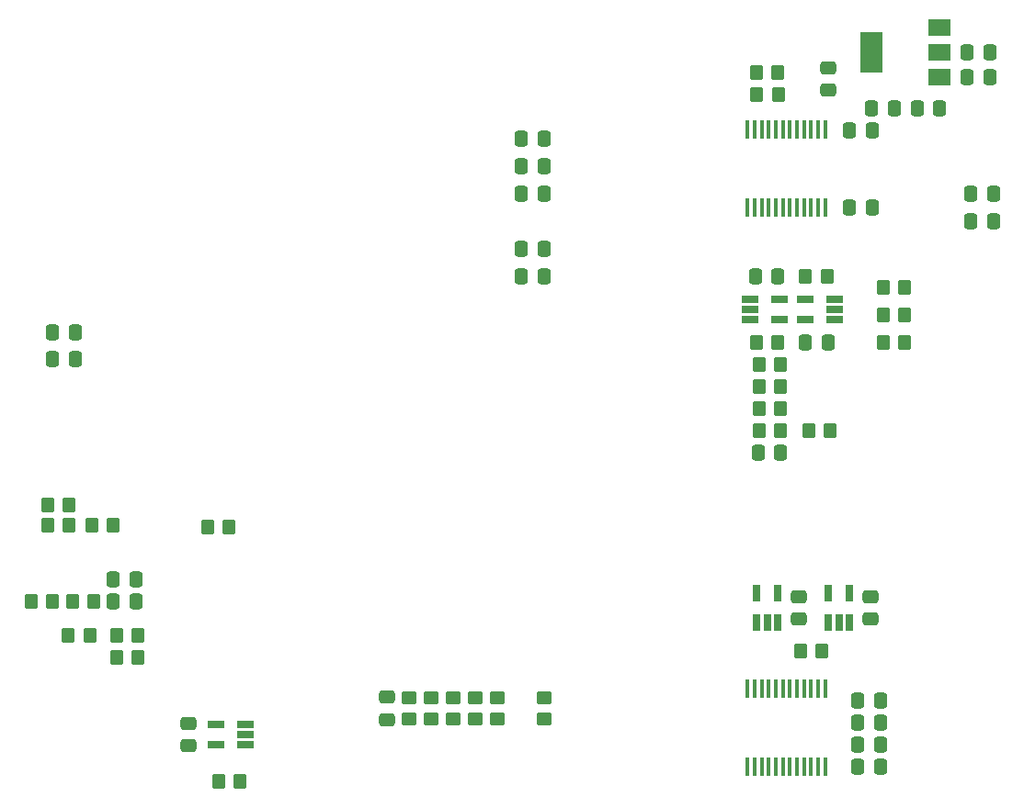
<source format=gbp>
G04 #@! TF.GenerationSoftware,KiCad,Pcbnew,7.0.2*
G04 #@! TF.CreationDate,2023-06-21T14:39:40-07:00*
G04 #@! TF.ProjectId,ESP32_Interface,45535033-325f-4496-9e74-657266616365,1*
G04 #@! TF.SameCoordinates,Original*
G04 #@! TF.FileFunction,Paste,Bot*
G04 #@! TF.FilePolarity,Positive*
%FSLAX46Y46*%
G04 Gerber Fmt 4.6, Leading zero omitted, Abs format (unit mm)*
G04 Created by KiCad (PCBNEW 7.0.2) date 2023-06-21 14:39:40*
%MOMM*%
%LPD*%
G01*
G04 APERTURE LIST*
G04 Aperture macros list*
%AMRoundRect*
0 Rectangle with rounded corners*
0 $1 Rounding radius*
0 $2 $3 $4 $5 $6 $7 $8 $9 X,Y pos of 4 corners*
0 Add a 4 corners polygon primitive as box body*
4,1,4,$2,$3,$4,$5,$6,$7,$8,$9,$2,$3,0*
0 Add four circle primitives for the rounded corners*
1,1,$1+$1,$2,$3*
1,1,$1+$1,$4,$5*
1,1,$1+$1,$6,$7*
1,1,$1+$1,$8,$9*
0 Add four rect primitives between the rounded corners*
20,1,$1+$1,$2,$3,$4,$5,0*
20,1,$1+$1,$4,$5,$6,$7,0*
20,1,$1+$1,$6,$7,$8,$9,0*
20,1,$1+$1,$8,$9,$2,$3,0*%
G04 Aperture macros list end*
%ADD10RoundRect,0.250000X0.337500X0.475000X-0.337500X0.475000X-0.337500X-0.475000X0.337500X-0.475000X0*%
%ADD11RoundRect,0.250000X0.350000X0.450000X-0.350000X0.450000X-0.350000X-0.450000X0.350000X-0.450000X0*%
%ADD12RoundRect,0.250000X0.450000X-0.350000X0.450000X0.350000X-0.450000X0.350000X-0.450000X-0.350000X0*%
%ADD13RoundRect,0.250000X-0.450000X0.350000X-0.450000X-0.350000X0.450000X-0.350000X0.450000X0.350000X0*%
%ADD14RoundRect,0.250000X-0.337500X-0.475000X0.337500X-0.475000X0.337500X0.475000X-0.337500X0.475000X0*%
%ADD15R,0.650000X1.560000*%
%ADD16RoundRect,0.250000X-0.475000X0.337500X-0.475000X-0.337500X0.475000X-0.337500X0.475000X0.337500X0*%
%ADD17RoundRect,0.250000X-0.350000X-0.450000X0.350000X-0.450000X0.350000X0.450000X-0.350000X0.450000X0*%
%ADD18R,0.450000X1.750000*%
%ADD19RoundRect,0.250000X0.475000X-0.337500X0.475000X0.337500X-0.475000X0.337500X-0.475000X-0.337500X0*%
%ADD20R,1.560000X0.650000*%
%ADD21R,2.000000X1.500000*%
%ADD22R,2.000000X3.800000*%
G04 APERTURE END LIST*
D10*
X177694500Y-70278000D03*
X175619500Y-70278000D03*
D11*
X162814000Y-69008000D03*
X160814000Y-69008000D03*
D12*
X141224000Y-126634000D03*
X141224000Y-124634000D03*
D13*
X130824000Y-124628500D03*
X130824000Y-126628500D03*
D14*
X95976500Y-93392000D03*
X98051500Y-93392000D03*
D15*
X162748000Y-117682000D03*
X161798000Y-117682000D03*
X160848000Y-117682000D03*
X160848000Y-114982000D03*
X162748000Y-114982000D03*
D10*
X141231500Y-73072000D03*
X139156500Y-73072000D03*
D11*
X162798000Y-66976000D03*
X160798000Y-66976000D03*
D13*
X132856000Y-124628500D03*
X132856000Y-126628500D03*
D16*
X108458000Y-126978500D03*
X108458000Y-129053500D03*
D11*
X166848000Y-120316000D03*
X164848000Y-120316000D03*
D17*
X161038000Y-97964000D03*
X163038000Y-97964000D03*
D11*
X174468000Y-91868000D03*
X172468000Y-91868000D03*
D14*
X160979000Y-102028000D03*
X163054000Y-102028000D03*
D11*
X163038000Y-93900000D03*
X161038000Y-93900000D03*
D14*
X169382500Y-79422000D03*
X171457500Y-79422000D03*
D17*
X95506000Y-106854000D03*
X97506000Y-106854000D03*
D14*
X171428500Y-70278000D03*
X173503500Y-70278000D03*
D16*
X164719000Y-115294500D03*
X164719000Y-117369500D03*
D14*
X180558500Y-80692000D03*
X182633500Y-80692000D03*
X101564500Y-113712000D03*
X103639500Y-113712000D03*
D11*
X167610000Y-99996000D03*
X165610000Y-99996000D03*
D14*
X101564500Y-115744000D03*
X103639500Y-115744000D03*
D17*
X161038000Y-95932000D03*
X163038000Y-95932000D03*
D18*
X167137000Y-79466000D03*
X166487000Y-79466000D03*
X165837000Y-79466000D03*
X165187000Y-79466000D03*
X164537000Y-79466000D03*
X163887000Y-79466000D03*
X163237000Y-79466000D03*
X162587000Y-79466000D03*
X161937000Y-79466000D03*
X161287000Y-79466000D03*
X160637000Y-79466000D03*
X159987000Y-79466000D03*
X159987000Y-72266000D03*
X160637000Y-72266000D03*
X161287000Y-72266000D03*
X161937000Y-72266000D03*
X162587000Y-72266000D03*
X163237000Y-72266000D03*
X163887000Y-72266000D03*
X164537000Y-72266000D03*
X165187000Y-72266000D03*
X165837000Y-72266000D03*
X166487000Y-72266000D03*
X167137000Y-72266000D03*
D17*
X165340000Y-85772000D03*
X167340000Y-85772000D03*
D11*
X103870000Y-120904000D03*
X101870000Y-120904000D03*
D14*
X180235000Y-67434800D03*
X182310000Y-67434800D03*
D19*
X167386000Y-68601500D03*
X167386000Y-66526500D03*
D20*
X167976000Y-87870000D03*
X167976000Y-88820000D03*
X167976000Y-89770000D03*
X165276000Y-89770000D03*
X165276000Y-87870000D03*
D14*
X165318500Y-91868000D03*
X167393500Y-91868000D03*
D13*
X128792000Y-124628500D03*
X128792000Y-126628500D03*
D17*
X97425000Y-118872000D03*
X99425000Y-118872000D03*
D18*
X167137000Y-131028000D03*
X166487000Y-131028000D03*
X165837000Y-131028000D03*
X165187000Y-131028000D03*
X164537000Y-131028000D03*
X163887000Y-131028000D03*
X163237000Y-131028000D03*
X162587000Y-131028000D03*
X161937000Y-131028000D03*
X161287000Y-131028000D03*
X160637000Y-131028000D03*
X159987000Y-131028000D03*
X159987000Y-123828000D03*
X160637000Y-123828000D03*
X161287000Y-123828000D03*
X161937000Y-123828000D03*
X162587000Y-123828000D03*
X163237000Y-123828000D03*
X163887000Y-123828000D03*
X164537000Y-123828000D03*
X165187000Y-123828000D03*
X165837000Y-123828000D03*
X166487000Y-123828000D03*
X167137000Y-123828000D03*
D13*
X134888000Y-124628500D03*
X134888000Y-126628500D03*
D11*
X174468000Y-89328000D03*
X172468000Y-89328000D03*
D14*
X139156500Y-78152000D03*
X141231500Y-78152000D03*
D11*
X112254000Y-108886000D03*
X110254000Y-108886000D03*
X103870000Y-118872000D03*
X101870000Y-118872000D03*
X101570000Y-108759000D03*
X99570000Y-108759000D03*
D13*
X136920000Y-124628500D03*
X136920000Y-126628500D03*
D17*
X161038000Y-99996000D03*
X163038000Y-99996000D03*
D14*
X180558500Y-78152000D03*
X182633500Y-78152000D03*
D20*
X113770400Y-127066000D03*
X113770400Y-128016000D03*
X113770400Y-128966000D03*
X111070400Y-128966000D03*
X111070400Y-127066000D03*
D10*
X141231500Y-83232000D03*
X139156500Y-83232000D03*
D14*
X170144500Y-124888000D03*
X172219500Y-124888000D03*
D15*
X169352000Y-117682000D03*
X168402000Y-117682000D03*
X167452000Y-117682000D03*
X167452000Y-114982000D03*
X169352000Y-114982000D03*
D11*
X95982000Y-115744000D03*
X93982000Y-115744000D03*
D20*
X160196000Y-89770000D03*
X160196000Y-88820000D03*
X160196000Y-87870000D03*
X162896000Y-87870000D03*
X162896000Y-89770000D03*
D16*
X171323000Y-115294500D03*
X171323000Y-117369500D03*
D14*
X95990500Y-90932000D03*
X98065500Y-90932000D03*
X139156500Y-85772000D03*
X141231500Y-85772000D03*
D10*
X172241000Y-128952000D03*
X170166000Y-128952000D03*
X172241000Y-126920000D03*
X170166000Y-126920000D03*
D21*
X177691500Y-62848800D03*
X177691500Y-65148800D03*
X177691500Y-67448800D03*
D22*
X171391500Y-65148800D03*
D17*
X95506000Y-108759000D03*
X97506000Y-108759000D03*
D14*
X169382500Y-72310000D03*
X171457500Y-72310000D03*
D11*
X99792000Y-115744000D03*
X97792000Y-115744000D03*
X162784000Y-91868000D03*
X160784000Y-91868000D03*
D16*
X126760000Y-124591000D03*
X126760000Y-126666000D03*
D14*
X180235000Y-65148800D03*
X182310000Y-65148800D03*
D10*
X172219500Y-130984000D03*
X170144500Y-130984000D03*
X162800000Y-85772000D03*
X160725000Y-85772000D03*
D17*
X111268000Y-132334000D03*
X113268000Y-132334000D03*
D14*
X139156500Y-75612000D03*
X141231500Y-75612000D03*
D17*
X172468000Y-86788000D03*
X174468000Y-86788000D03*
M02*

</source>
